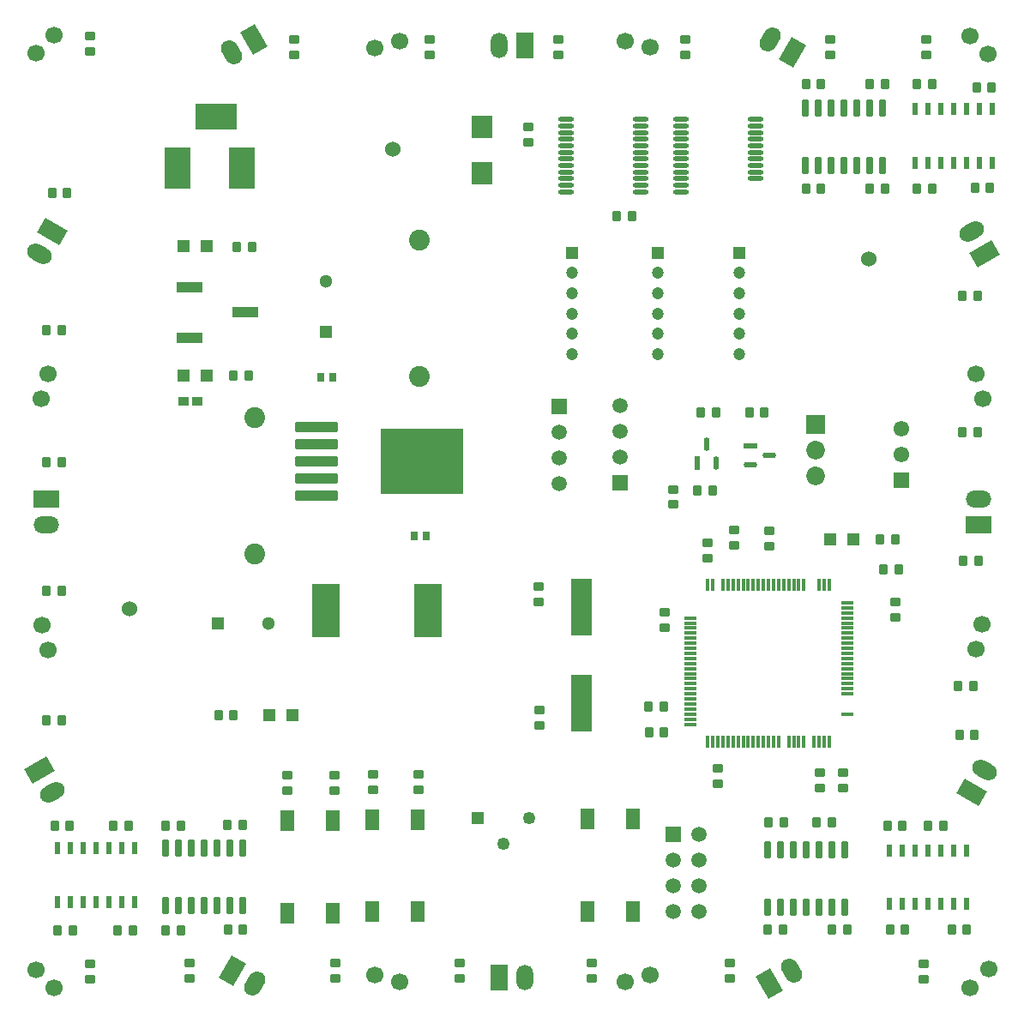
<source format=gbr>
G04*
G04 #@! TF.GenerationSoftware,Altium Limited,Altium Designer,25.5.2 (35)*
G04*
G04 Layer_Color=255*
%FSLAX25Y25*%
%MOIN*%
G70*
G04*
G04 #@! TF.SameCoordinates,5858FFA7-226C-4CE8-8668-B70CF27CC624*
G04*
G04*
G04 #@! TF.FilePolarity,Positive*
G04*
G01*
G75*
%ADD16R,0.01181X0.04724*%
%ADD17R,0.04724X0.01181*%
%ADD18O,0.06299X0.01772*%
%ADD22R,0.08465X0.08661*%
%ADD23R,0.08268X0.22047*%
G04:AMPARAMS|DCode=24|XSize=31.5mil|YSize=39.37mil|CornerRadius=3.94mil|HoleSize=0mil|Usage=FLASHONLY|Rotation=180.000|XOffset=0mil|YOffset=0mil|HoleType=Round|Shape=RoundedRectangle|*
%AMROUNDEDRECTD24*
21,1,0.03150,0.03150,0,0,180.0*
21,1,0.02362,0.03937,0,0,180.0*
1,1,0.00787,-0.01181,0.01575*
1,1,0.00787,0.01181,0.01575*
1,1,0.00787,0.01181,-0.01575*
1,1,0.00787,-0.01181,-0.01575*
%
%ADD24ROUNDEDRECTD24*%
%ADD25R,0.02284X0.04646*%
G04:AMPARAMS|DCode=26|XSize=31.5mil|YSize=39.37mil|CornerRadius=3.94mil|HoleSize=0mil|Usage=FLASHONLY|Rotation=270.000|XOffset=0mil|YOffset=0mil|HoleType=Round|Shape=RoundedRectangle|*
%AMROUNDEDRECTD26*
21,1,0.03150,0.03150,0,0,270.0*
21,1,0.02362,0.03937,0,0,270.0*
1,1,0.00787,-0.01575,-0.01181*
1,1,0.00787,-0.01575,0.01181*
1,1,0.00787,0.01575,0.01181*
1,1,0.00787,0.01575,-0.01181*
%
%ADD26ROUNDEDRECTD26*%
G04:AMPARAMS|DCode=27|XSize=25.59mil|YSize=64.96mil|CornerRadius=1.92mil|HoleSize=0mil|Usage=FLASHONLY|Rotation=180.000|XOffset=0mil|YOffset=0mil|HoleType=Round|Shape=RoundedRectangle|*
%AMROUNDEDRECTD27*
21,1,0.02559,0.06112,0,0,180.0*
21,1,0.02175,0.06496,0,0,180.0*
1,1,0.00384,-0.01088,0.03056*
1,1,0.00384,0.01088,0.03056*
1,1,0.00384,0.01088,-0.03056*
1,1,0.00384,-0.01088,-0.03056*
%
%ADD27ROUNDEDRECTD27*%
G04:AMPARAMS|DCode=28|XSize=53.36mil|YSize=22.14mil|CornerRadius=11.07mil|HoleSize=0mil|Usage=FLASHONLY|Rotation=0.000|XOffset=0mil|YOffset=0mil|HoleType=Round|Shape=RoundedRectangle|*
%AMROUNDEDRECTD28*
21,1,0.05336,0.00000,0,0,0.0*
21,1,0.03121,0.02214,0,0,0.0*
1,1,0.02214,0.01561,0.00000*
1,1,0.02214,-0.01561,0.00000*
1,1,0.02214,-0.01561,0.00000*
1,1,0.02214,0.01561,0.00000*
%
%ADD28ROUNDEDRECTD28*%
G04:AMPARAMS|DCode=29|XSize=53.36mil|YSize=22.14mil|CornerRadius=11.07mil|HoleSize=0mil|Usage=FLASHONLY|Rotation=90.000|XOffset=0mil|YOffset=0mil|HoleType=Round|Shape=RoundedRectangle|*
%AMROUNDEDRECTD29*
21,1,0.05336,0.00000,0,0,90.0*
21,1,0.03121,0.02214,0,0,90.0*
1,1,0.02214,0.00000,0.01561*
1,1,0.02214,0.00000,-0.01561*
1,1,0.02214,0.00000,-0.01561*
1,1,0.02214,0.00000,0.01561*
%
%ADD29ROUNDEDRECTD29*%
%ADD30R,0.03150X0.03543*%
G04:AMPARAMS|DCode=31|XSize=39.37mil|YSize=163.39mil|CornerRadius=1.97mil|HoleSize=0mil|Usage=FLASHONLY|Rotation=90.000|XOffset=0mil|YOffset=0mil|HoleType=Round|Shape=RoundedRectangle|*
%AMROUNDEDRECTD31*
21,1,0.03937,0.15945,0,0,90.0*
21,1,0.03543,0.16339,0,0,90.0*
1,1,0.00394,0.07972,0.01772*
1,1,0.00394,0.07972,-0.01772*
1,1,0.00394,-0.07972,-0.01772*
1,1,0.00394,-0.07972,0.01772*
%
%ADD31ROUNDEDRECTD31*%
G04:AMPARAMS|DCode=32|XSize=251.97mil|YSize=322.84mil|CornerRadius=2.52mil|HoleSize=0mil|Usage=FLASHONLY|Rotation=90.000|XOffset=0mil|YOffset=0mil|HoleType=Round|Shape=RoundedRectangle|*
%AMROUNDEDRECTD32*
21,1,0.25197,0.31780,0,0,90.0*
21,1,0.24693,0.32284,0,0,90.0*
1,1,0.00504,0.15890,0.12347*
1,1,0.00504,0.15890,-0.12347*
1,1,0.00504,-0.15890,-0.12347*
1,1,0.00504,-0.15890,0.12347*
%
%ADD32ROUNDEDRECTD32*%
%ADD33R,0.05512X0.08268*%
%ADD34R,0.04355X0.03773*%
%ADD35R,0.11024X0.20866*%
%ADD36R,0.05000X0.05000*%
%ADD37R,0.09843X0.03937*%
%ADD38R,0.05336X0.02214*%
%ADD39R,0.02214X0.05336*%
%ADD53C,0.04724*%
%ADD54C,0.07284*%
%ADD55C,0.04921*%
%ADD56R,0.05118X0.05118*%
%ADD59R,0.05118X0.05118*%
%ADD66R,0.04921X0.04921*%
%ADD67C,0.05118*%
%ADD68R,0.04724X0.04724*%
%ADD72R,0.07284X0.07284*%
%ADD89C,0.05906*%
%ADD90R,0.05906X0.05906*%
%ADD91R,0.10000X0.16000*%
%ADD92C,0.08071*%
G04:AMPARAMS|DCode=93|XSize=65mil|YSize=100mil|CornerRadius=0mil|HoleSize=0mil|Usage=FLASHONLY|Rotation=120.000|XOffset=0mil|YOffset=0mil|HoleType=Round|Shape=Round|*
%AMOVALD93*
21,1,0.03500,0.06500,0.00000,0.00000,210.0*
1,1,0.06500,0.01516,0.00875*
1,1,0.06500,-0.01516,-0.00875*
%
%ADD93OVALD93*%

%ADD94O,0.10000X0.06500*%
G04:AMPARAMS|DCode=95|XSize=65mil|YSize=100mil|CornerRadius=0mil|HoleSize=0mil|Usage=FLASHONLY|Rotation=150.000|XOffset=0mil|YOffset=0mil|HoleType=Round|Shape=Round|*
%AMOVALD95*
21,1,0.03500,0.06500,0.00000,0.00000,240.0*
1,1,0.06500,0.00875,0.01516*
1,1,0.06500,-0.00875,-0.01516*
%
%ADD95OVALD95*%

G04:AMPARAMS|DCode=96|XSize=65mil|YSize=100mil|CornerRadius=0mil|HoleSize=0mil|Usage=FLASHONLY|Rotation=60.000|XOffset=0mil|YOffset=0mil|HoleType=Round|Shape=Round|*
%AMOVALD96*
21,1,0.03500,0.06500,0.00000,0.00000,150.0*
1,1,0.06500,0.01516,-0.00875*
1,1,0.06500,-0.01516,0.00875*
%
%ADD96OVALD96*%

G04:AMPARAMS|DCode=97|XSize=65mil|YSize=100mil|CornerRadius=0mil|HoleSize=0mil|Usage=FLASHONLY|Rotation=30.000|XOffset=0mil|YOffset=0mil|HoleType=Round|Shape=Round|*
%AMOVALD97*
21,1,0.03500,0.06500,0.00000,0.00000,120.0*
1,1,0.06500,0.00875,-0.01516*
1,1,0.06500,-0.00875,0.01516*
%
%ADD97OVALD97*%

%ADD98O,0.06500X0.10000*%
%ADD99C,0.06000*%
G04:AMPARAMS|DCode=100|XSize=65mil|YSize=100mil|CornerRadius=0mil|HoleSize=0mil|Usage=FLASHONLY|Rotation=240.000|XOffset=0mil|YOffset=0mil|HoleType=Round|Shape=Rectangle|*
%AMROTATEDRECTD100*
4,1,4,-0.02705,0.05315,0.05955,0.00315,0.02705,-0.05315,-0.05955,-0.00315,-0.02705,0.05315,0.0*
%
%ADD100ROTATEDRECTD100*%

%ADD101C,0.06693*%
%ADD102C,0.06102*%
%ADD103R,0.06500X0.10000*%
G04:AMPARAMS|DCode=104|XSize=65mil|YSize=100mil|CornerRadius=0mil|HoleSize=0mil|Usage=FLASHONLY|Rotation=120.000|XOffset=0mil|YOffset=0mil|HoleType=Round|Shape=Rectangle|*
%AMROTATEDRECTD104*
4,1,4,0.05955,-0.00315,-0.02705,-0.05315,-0.05955,0.00315,0.02705,0.05315,0.05955,-0.00315,0.0*
%
%ADD104ROTATEDRECTD104*%

G04:AMPARAMS|DCode=105|XSize=65mil|YSize=100mil|CornerRadius=0mil|HoleSize=0mil|Usage=FLASHONLY|Rotation=150.000|XOffset=0mil|YOffset=0mil|HoleType=Round|Shape=Rectangle|*
%AMROTATEDRECTD105*
4,1,4,0.05315,0.02705,0.00315,-0.05955,-0.05315,-0.02705,-0.00315,0.05955,0.05315,0.02705,0.0*
%
%ADD105ROTATEDRECTD105*%

%ADD106R,0.10000X0.06500*%
G04:AMPARAMS|DCode=107|XSize=65mil|YSize=100mil|CornerRadius=0mil|HoleSize=0mil|Usage=FLASHONLY|Rotation=30.000|XOffset=0mil|YOffset=0mil|HoleType=Round|Shape=Rectangle|*
%AMROTATEDRECTD107*
4,1,4,-0.00315,-0.05955,-0.05315,0.02705,0.00315,0.05955,0.05315,-0.02705,-0.00315,-0.05955,0.0*
%
%ADD107ROTATEDRECTD107*%

%ADD108R,0.06102X0.06102*%
%ADD109R,0.16000X0.10000*%
D16*
X318110Y107283D02*
D03*
X274803Y168307D02*
D03*
Y107283D02*
D03*
X320079Y168307D02*
D03*
X282677Y107283D02*
D03*
X280709D02*
D03*
X284646D02*
D03*
X278740D02*
D03*
X272835D02*
D03*
X286614D02*
D03*
X288583D02*
D03*
X290551D02*
D03*
X292520D02*
D03*
X294488D02*
D03*
X296457D02*
D03*
X298425D02*
D03*
X300394D02*
D03*
X304331D02*
D03*
X306299D02*
D03*
X308268D02*
D03*
X310236D02*
D03*
X314173D02*
D03*
X316142D02*
D03*
X318110Y168307D02*
D03*
X316142D02*
D03*
X310236D02*
D03*
X308268D02*
D03*
X306299D02*
D03*
X304331D02*
D03*
X302362D02*
D03*
X300394D02*
D03*
X298425D02*
D03*
X296457D02*
D03*
X294488D02*
D03*
X292520D02*
D03*
X290551D02*
D03*
X288583D02*
D03*
X286614D02*
D03*
X284646D02*
D03*
X282677D02*
D03*
X280709D02*
D03*
X278740D02*
D03*
X276772Y107283D02*
D03*
X320079D02*
D03*
X272835Y168307D02*
D03*
D17*
X326969Y159449D02*
D03*
X265945Y143701D02*
D03*
Y124016D02*
D03*
X326969Y155512D02*
D03*
X265945D02*
D03*
Y153543D02*
D03*
Y149606D02*
D03*
Y147638D02*
D03*
Y145669D02*
D03*
Y139764D02*
D03*
Y137795D02*
D03*
Y135827D02*
D03*
Y133858D02*
D03*
Y131890D02*
D03*
Y129921D02*
D03*
Y127953D02*
D03*
Y118110D02*
D03*
Y116142D02*
D03*
Y114173D02*
D03*
X326969Y118110D02*
D03*
Y125984D02*
D03*
Y127953D02*
D03*
Y129921D02*
D03*
Y131890D02*
D03*
Y133858D02*
D03*
Y135827D02*
D03*
Y137795D02*
D03*
Y139764D02*
D03*
Y141732D02*
D03*
Y143701D02*
D03*
Y145669D02*
D03*
Y147638D02*
D03*
Y149606D02*
D03*
Y151575D02*
D03*
Y153543D02*
D03*
Y157480D02*
D03*
X265945Y120079D02*
D03*
Y122047D02*
D03*
Y125984D02*
D03*
Y141732D02*
D03*
Y151575D02*
D03*
X326969Y161417D02*
D03*
D18*
X291437Y333957D02*
D03*
X262303Y341634D02*
D03*
Y344193D02*
D03*
X246752Y333957D02*
D03*
X262303Y326280D02*
D03*
Y328839D02*
D03*
X217618Y341634D02*
D03*
Y344193D02*
D03*
Y328839D02*
D03*
Y326280D02*
D03*
X291437Y339075D02*
D03*
X246752D02*
D03*
X217618Y321161D02*
D03*
Y323720D02*
D03*
Y331398D02*
D03*
Y333957D02*
D03*
Y336516D02*
D03*
Y339075D02*
D03*
Y346752D02*
D03*
Y349311D02*
D03*
X246752Y321161D02*
D03*
Y323720D02*
D03*
Y349311D02*
D03*
Y344193D02*
D03*
Y328839D02*
D03*
Y326280D02*
D03*
Y341634D02*
D03*
Y331398D02*
D03*
Y346752D02*
D03*
Y336516D02*
D03*
X291437Y341634D02*
D03*
Y344193D02*
D03*
Y336516D02*
D03*
Y346752D02*
D03*
X262303Y349311D02*
D03*
Y346752D02*
D03*
Y339075D02*
D03*
Y336516D02*
D03*
Y333957D02*
D03*
Y331398D02*
D03*
Y323720D02*
D03*
Y321161D02*
D03*
X291437Y349311D02*
D03*
Y326280D02*
D03*
Y328839D02*
D03*
Y331398D02*
D03*
D22*
X185039Y346358D02*
D03*
Y328445D02*
D03*
D23*
X223917Y159646D02*
D03*
Y122244D02*
D03*
D24*
X377362Y361713D02*
D03*
X354035Y363091D02*
D03*
X382579Y322638D02*
D03*
X354035Y322539D02*
D03*
X371850Y280807D02*
D03*
X243504Y311614D02*
D03*
X372244Y177559D02*
D03*
X376575Y109941D02*
D03*
X345768Y186220D02*
D03*
X346949Y174508D02*
D03*
X364469Y74803D02*
D03*
X373524Y34547D02*
D03*
X349606D02*
D03*
X342618Y74803D02*
D03*
X274705Y205118D02*
D03*
X249803Y120965D02*
D03*
X250000Y111024D02*
D03*
X95768Y299803D02*
D03*
X94488Y249705D02*
D03*
X23917Y320768D02*
D03*
X82677Y117815D02*
D03*
X21654Y216142D02*
D03*
X47638Y74803D02*
D03*
X49508Y33957D02*
D03*
X21654Y115748D02*
D03*
X18996Y74803D02*
D03*
X25984Y33957D02*
D03*
X341043Y174508D02*
D03*
X255906Y111024D02*
D03*
X255709Y120965D02*
D03*
X92224Y34252D02*
D03*
X320965Y76167D02*
D03*
X92028Y75000D02*
D03*
X335827Y322539D02*
D03*
Y363091D02*
D03*
X62205Y74803D02*
D03*
X296457Y75977D02*
D03*
X296161Y34350D02*
D03*
X311024Y363091D02*
D03*
Y322539D02*
D03*
X62205Y33957D02*
D03*
X321161Y34252D02*
D03*
X89862Y299803D02*
D03*
X18012Y320768D02*
D03*
X302362Y75977D02*
D03*
X288976Y235335D02*
D03*
X276083Y235236D02*
D03*
X237598Y311614D02*
D03*
X294882Y235335D02*
D03*
X377756Y280807D02*
D03*
X378150Y177559D02*
D03*
X302067Y34350D02*
D03*
X343701Y34547D02*
D03*
X348524Y74803D02*
D03*
X86319Y34252D02*
D03*
X68110Y74803D02*
D03*
Y33957D02*
D03*
X24902Y74803D02*
D03*
X370669Y109941D02*
D03*
X268799Y205118D02*
D03*
X341732Y363091D02*
D03*
X359941D02*
D03*
X316929D02*
D03*
X383268Y361713D02*
D03*
X341732Y322539D02*
D03*
X316929D02*
D03*
X339862Y186220D02*
D03*
X315059Y76167D02*
D03*
X88583Y249705D02*
D03*
X270177Y235236D02*
D03*
X377756Y227657D02*
D03*
X371850D02*
D03*
X43602Y33957D02*
D03*
X41732Y74803D02*
D03*
X20079Y33957D02*
D03*
X15748Y166043D02*
D03*
X21654D02*
D03*
X15748Y267323D02*
D03*
X21654D02*
D03*
X376083Y128937D02*
D03*
X370177D02*
D03*
X367618Y34547D02*
D03*
X358563Y74803D02*
D03*
X376673Y322638D02*
D03*
X15748Y115748D02*
D03*
X86122Y75000D02*
D03*
X359941Y322539D02*
D03*
X88583Y117815D02*
D03*
X15748Y216142D02*
D03*
X327067Y34252D02*
D03*
D25*
X363307Y353287D02*
D03*
X363563Y44252D02*
D03*
X39941Y45138D02*
D03*
X363307Y332343D02*
D03*
X363563Y65197D02*
D03*
X39941Y66083D02*
D03*
X353307Y353287D02*
D03*
X49941Y45138D02*
D03*
X368563Y44252D02*
D03*
Y65197D02*
D03*
X358307Y332343D02*
D03*
X44941Y45138D02*
D03*
Y66083D02*
D03*
X373563Y65197D02*
D03*
X353307Y332343D02*
D03*
X49941Y66083D02*
D03*
X373563Y44252D02*
D03*
X358307Y353287D02*
D03*
X358563Y44252D02*
D03*
X353563D02*
D03*
X348563D02*
D03*
X343563D02*
D03*
Y65197D02*
D03*
X348563D02*
D03*
X353563D02*
D03*
X358563D02*
D03*
X378307Y353287D02*
D03*
X383307Y332343D02*
D03*
X373307D02*
D03*
X368307Y353287D02*
D03*
X29941Y66083D02*
D03*
X19941D02*
D03*
X34941Y45138D02*
D03*
X24941D02*
D03*
Y66083D02*
D03*
X373307Y353287D02*
D03*
X383307D02*
D03*
X378307Y332343D02*
D03*
X34941Y66083D02*
D03*
X19941Y45138D02*
D03*
X29941D02*
D03*
X368307Y332343D02*
D03*
D26*
X320472Y374409D02*
D03*
X214764D02*
D03*
X203150Y340453D02*
D03*
X345866Y155709D02*
D03*
X325492Y89370D02*
D03*
X316339Y89469D02*
D03*
X272933Y184646D02*
D03*
X256004Y157579D02*
D03*
X206988Y161811D02*
D03*
X276772Y91142D02*
D03*
X281496Y21260D02*
D03*
X207480Y119783D02*
D03*
X112205Y374409D02*
D03*
X142913Y94587D02*
D03*
X176575Y21260D02*
D03*
X127756Y94291D02*
D03*
X109547D02*
D03*
X71358Y21260D02*
D03*
X283169Y183661D02*
D03*
X296654Y183465D02*
D03*
X272933Y178740D02*
D03*
X325492Y95276D02*
D03*
X276772Y97047D02*
D03*
X203150Y346358D02*
D03*
X256004Y151673D02*
D03*
X160335Y94685D02*
D03*
X127756Y88386D02*
D03*
X109547D02*
D03*
X296654Y189370D02*
D03*
X207480Y113878D02*
D03*
X259547Y199606D02*
D03*
X345866Y161614D02*
D03*
X316339Y95374D02*
D03*
X206988Y167717D02*
D03*
X283169Y189567D02*
D03*
X160335Y88780D02*
D03*
X142913Y88681D02*
D03*
X214764Y380315D02*
D03*
X320472D02*
D03*
X71358Y15354D02*
D03*
X128150Y21260D02*
D03*
Y15354D02*
D03*
X176575D02*
D03*
X281496D02*
D03*
X32677Y21063D02*
D03*
Y15157D02*
D03*
X227854Y21260D02*
D03*
Y15354D02*
D03*
X259547Y205512D02*
D03*
X264075Y380315D02*
D03*
Y374409D02*
D03*
X357677Y380315D02*
D03*
Y374409D02*
D03*
X32776Y381594D02*
D03*
Y375689D02*
D03*
X356693Y15157D02*
D03*
Y21063D02*
D03*
X164862Y374409D02*
D03*
X112205Y380315D02*
D03*
X164862D02*
D03*
D27*
X325886Y331398D02*
D03*
X311220Y65354D02*
D03*
X77165Y66043D02*
D03*
X325886Y353642D02*
D03*
X311220Y43110D02*
D03*
X77165Y43799D02*
D03*
X92165D02*
D03*
X87165D02*
D03*
X326220Y65354D02*
D03*
X321220D02*
D03*
X92165Y66043D02*
D03*
X87165D02*
D03*
X340886Y331398D02*
D03*
X335886D02*
D03*
Y353642D02*
D03*
X340886D02*
D03*
X67165Y66043D02*
D03*
X62165D02*
D03*
X301220Y65354D02*
D03*
X296220D02*
D03*
X301220Y43110D02*
D03*
X296220D02*
D03*
X310886Y353642D02*
D03*
X315886D02*
D03*
Y331398D02*
D03*
X310886D02*
D03*
X67165Y43799D02*
D03*
X62165D02*
D03*
X326220Y43110D02*
D03*
X321220D02*
D03*
X72165Y43799D02*
D03*
X330886Y353642D02*
D03*
X320886D02*
D03*
X330886Y331398D02*
D03*
X320886D02*
D03*
X306220Y43110D02*
D03*
X316220D02*
D03*
X306220Y65354D02*
D03*
X316220D02*
D03*
X82165Y66043D02*
D03*
X72165D02*
D03*
X82165Y43799D02*
D03*
D28*
X289467Y215049D02*
D03*
X296754Y218789D02*
D03*
D29*
X276181Y215748D02*
D03*
X272441Y223035D02*
D03*
D30*
X122343Y249016D02*
D03*
X158661Y187500D02*
D03*
X163583D02*
D03*
X127264Y249016D02*
D03*
D31*
X120669Y216339D02*
D03*
Y202953D02*
D03*
Y209646D02*
D03*
Y223032D02*
D03*
Y229724D02*
D03*
D32*
X161811Y216339D02*
D03*
D33*
X142520Y77067D02*
D03*
Y41240D02*
D03*
X243898Y77264D02*
D03*
Y41437D02*
D03*
X109449Y76673D02*
D03*
Y40846D02*
D03*
X127165Y76673D02*
D03*
Y40846D02*
D03*
X160236Y77067D02*
D03*
Y41240D02*
D03*
X226181Y77264D02*
D03*
Y41437D02*
D03*
D34*
X74512Y239862D02*
D03*
X69189D02*
D03*
D35*
X164272Y158268D02*
D03*
X124508D02*
D03*
D36*
X111559Y117815D02*
D03*
X320598Y186220D02*
D03*
X77987Y299902D02*
D03*
X68987D02*
D03*
X329598Y186220D02*
D03*
X68987Y249803D02*
D03*
X77987D02*
D03*
X102559Y117815D02*
D03*
D37*
X71358Y284154D02*
D03*
Y264469D02*
D03*
X93012Y274311D02*
D03*
D38*
X289467Y222529D02*
D03*
D39*
X268701Y215748D02*
D03*
D53*
X285236Y265945D02*
D03*
X253445D02*
D03*
X220177D02*
D03*
X285236Y289567D02*
D03*
X253445D02*
D03*
X220177D02*
D03*
Y258071D02*
D03*
Y281693D02*
D03*
Y273819D02*
D03*
X285236D02*
D03*
X253445Y281693D02*
D03*
Y273819D02*
D03*
X285236Y281693D02*
D03*
Y258071D02*
D03*
X253445D02*
D03*
D54*
X314764Y210630D02*
D03*
Y220630D02*
D03*
D55*
X203602Y77598D02*
D03*
X193602Y67598D02*
D03*
D56*
X124606Y266634D02*
D03*
D59*
X82382Y153248D02*
D03*
D66*
X183602Y77598D02*
D03*
D67*
X102067Y153248D02*
D03*
X124606Y286319D02*
D03*
D68*
X220177Y297441D02*
D03*
X285236D02*
D03*
X253445D02*
D03*
D72*
X314764Y230630D02*
D03*
D89*
X259291Y51516D02*
D03*
X269291D02*
D03*
X259291Y61516D02*
D03*
X269291Y41516D02*
D03*
Y61516D02*
D03*
X259291Y41516D02*
D03*
X269291Y71516D02*
D03*
X238780Y238110D02*
D03*
Y228110D02*
D03*
Y218110D02*
D03*
X215256Y227854D02*
D03*
Y217854D02*
D03*
Y207854D02*
D03*
D90*
X259291Y71516D02*
D03*
X238780Y208110D02*
D03*
X215256Y237854D02*
D03*
D91*
X66831Y330512D02*
D03*
X91831D02*
D03*
D92*
X96654Y180433D02*
D03*
X160728Y302343D02*
D03*
Y249232D02*
D03*
X96654Y233543D02*
D03*
D93*
X375413Y305707D02*
D03*
X18209Y87795D02*
D03*
D94*
X377953Y201850D02*
D03*
X15748Y191850D02*
D03*
D95*
X297244Y380413D02*
D03*
X96752Y13484D02*
D03*
D96*
X380295Y96357D02*
D03*
X13189Y297146D02*
D03*
D97*
X305511Y18484D02*
D03*
X87698Y375413D02*
D03*
D98*
X191850Y377953D02*
D03*
X201850Y15748D02*
D03*
D99*
X150295Y337598D02*
D03*
X48158Y158967D02*
D03*
X335335Y295177D02*
D03*
D100*
X18189Y305806D02*
D03*
X375295Y87697D02*
D03*
D101*
X374713Y381784D02*
D03*
X381980Y18890D02*
D03*
X377052Y250302D02*
D03*
X379542Y153058D02*
D03*
X240734Y379852D02*
D03*
X143392Y377136D02*
D03*
X11720Y374909D02*
D03*
X250295Y16732D02*
D03*
X153051Y14173D02*
D03*
X16550Y143202D02*
D03*
X18799Y11811D02*
D03*
X13765Y240643D02*
D03*
X374909Y11819D02*
D03*
X376954Y143399D02*
D03*
X379641Y240643D02*
D03*
X143392Y16761D02*
D03*
X240636Y14144D02*
D03*
X11728Y18882D02*
D03*
X381784Y374713D02*
D03*
X250394Y377264D02*
D03*
X153051Y379724D02*
D03*
X18791Y381980D02*
D03*
X16353Y250302D02*
D03*
X13962Y152861D02*
D03*
D102*
X348189Y229094D02*
D03*
Y219094D02*
D03*
D103*
X201850Y377953D02*
D03*
X191850Y15748D02*
D03*
D104*
X380413Y297047D02*
D03*
X13209Y96456D02*
D03*
D105*
X305904Y375413D02*
D03*
X88092Y18484D02*
D03*
D106*
X377953Y191850D02*
D03*
X15748Y201850D02*
D03*
D107*
X296850Y13484D02*
D03*
X96358Y380413D02*
D03*
D108*
X348189Y209094D02*
D03*
D109*
X81831Y350512D02*
D03*
M02*

</source>
